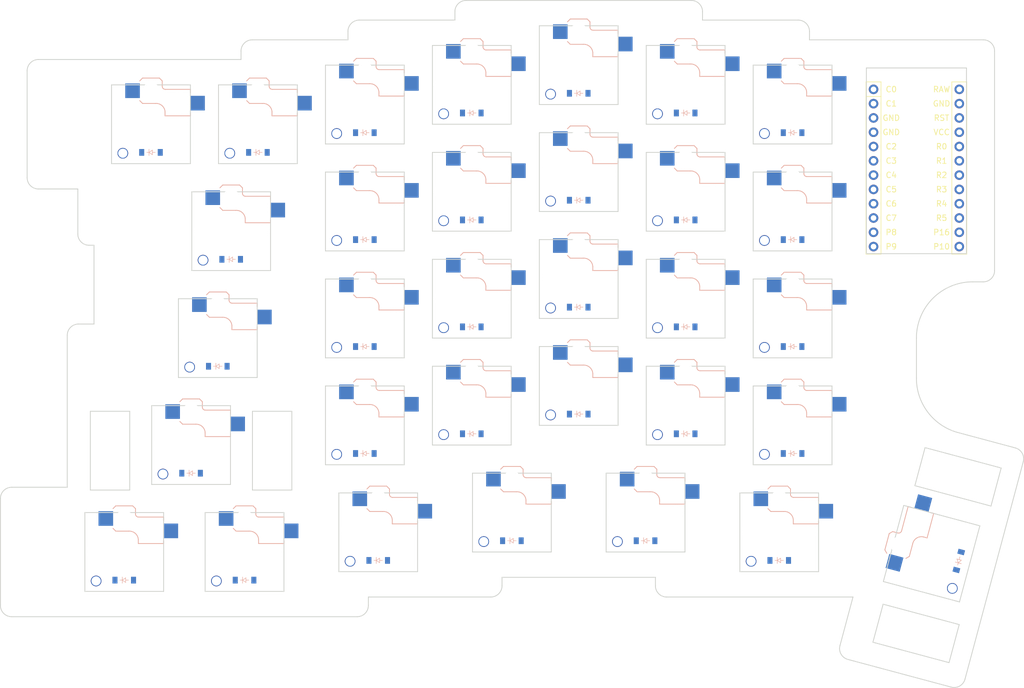
<source format=kicad_pcb>
(kicad_pcb (version 20240108) (generator "ergogen") (generator_version "4.2.1")
  (title_block (title "left") (date "2026-02-06") (rev "0.0.1") (company "LunaticGhoulPiano"))
  (layers (0 "F.Cu" signal) (31 "B.Cu" signal) (34 "B.Paste" user) (35 "F.Paste" user) (36 "B.SilkS" user "B.Silkscreen") (37 "F.SilkS" user "F.Silkscreen") (38 "B.Mask" user) (39 "F.Mask" user) (44 "Edge.Cuts" user))
  (net 0 "")
  (net 1 "RAW")
  (net 2 "GND")
  (net 3 "RST")
  (net 4 "VCC")
  (net 5 "R0")
  (net 6 "R1")
  (net 7 "R2")
  (net 8 "R3")
  (net 9 "R4")
  (net 10 "R5")
  (net 11 "P16")
  (net 12 "P10")
  (net 13 "C0")
  (net 14 "C1")
  (net 15 "C2")
  (net 16 "C3")
  (net 17 "C4")
  (net 18 "C5")
  (net 19 "C6")
  (net 20 "C7")
  (net 21 "P8")
  (net 22 "P9")
  (net 23 "P101")
  (net 24 "P102")
  (net 25 "P107")
  (net 26 "MCU1_24")
  (net 27 "MCU1_1")
  (net 28 "MCU1_23")
  (net 29 "MCU1_2")
  (net 30 "MCU1_22")
  (net 31 "MCU1_3")
  (net 32 "MCU1_21")
  (net 33 "MCU1_4")
  (net 34 "MCU1_20")
  (net 35 "MCU1_5")
  (net 36 "MCU1_19")
  (net 37 "MCU1_6")
  (net 38 "MCU1_18")
  (net 39 "MCU1_7")
  (net 40 "MCU1_17")
  (net 41 "MCU1_8")
  (net 42 "MCU1_16")
  (net 43 "MCU1_9")
  (net 44 "MCU1_15")
  (net 45 "MCU1_10")
  (net 46 "MCU1_14")
  (net 47 "MCU1_11")
  (net 48 "MCU1_13")
  (net 49 "MCU1_12")
  (net 50 "D1")
  (net 51 "D2")
  (footprint "ceoloide:mcu_supermini_nrf52840" (layer "F.Cu") (at 181 49.5 0)
    (property "Reference" "MCU1" hide)
  )
  (footprint "ceoloide:switch_choc_v1_v2" (layer "B.Cu") (at 45 43 0)
    (property "Reference" "S1" hide)
  )
  (footprint "ceoloide:switch_choc_v1_v2" (layer "B.Cu") (at 52.125 100 0)
    (property "Reference" "S2" hide)
  )
  (footprint "ceoloide:switch_choc_v1_v2" (layer "B.Cu") (at 56.875 81 0)
    (property "Reference" "S3" hide)
  )
  (footprint "ceoloide:switch_choc_v1_v2" (layer "B.Cu") (at 59.25 62 0)
    (property "Reference" "S4" hide)
  )
  (footprint "ceoloide:switch_choc_v1_v2" (layer "B.Cu") (at 64 43 0)
    (property "Reference" "S5" hide)
  )
  (footprint "ceoloide:switch_choc_v1_v2" (layer "B.Cu") (at 83 96.5 0)
    (property "Reference" "S6" hide)
  )
  (footprint "ceoloide:switch_choc_v1_v2" (layer "B.Cu") (at 83 77.5 0)
    (property "Reference" "S7" hide)
  )
  (footprint "ceoloide:switch_choc_v1_v2" (layer "B.Cu") (at 83 58.5 0)
    (property "Reference" "S8" hide)
  )
  (footprint "ceoloide:switch_choc_v1_v2" (layer "B.Cu") (at 83 39.5 0)
    (property "Reference" "S9" hide)
  )
  (footprint "ceoloide:switch_choc_v1_v2" (layer "B.Cu") (at 102 93 0)
    (property "Reference" "S10" hide)
  )
  (footprint "ceoloide:switch_choc_v1_v2" (layer "B.Cu") (at 102 74 0)
    (property "Reference" "S11" hide)
  )
  (footprint "ceoloide:switch_choc_v1_v2" (layer "B.Cu") (at 102 55 0)
    (property "Reference" "S12" hide)
  )
  (footprint "ceoloide:switch_choc_v1_v2" (layer "B.Cu") (at 102 36 0)
    (property "Reference" "S13" hide)
  )
  (footprint "ceoloide:switch_choc_v1_v2" (layer "B.Cu") (at 121 89.5 0)
    (property "Reference" "S14" hide)
  )
  (footprint "ceoloide:switch_choc_v1_v2" (layer "B.Cu") (at 121 70.5 0)
    (property "Reference" "S15" hide)
  )
  (footprint "ceoloide:switch_choc_v1_v2" (layer "B.Cu") (at 121 51.5 0)
    (property "Reference" "S16" hide)
  )
  (footprint "ceoloide:switch_choc_v1_v2" (layer "B.Cu") (at 121 32.5 0)
    (property "Reference" "S17" hide)
  )
  (footprint "ceoloide:switch_choc_v1_v2" (layer "B.Cu") (at 140 93 0)
    (property "Reference" "S18" hide)
  )
  (footprint "ceoloide:switch_choc_v1_v2" (layer "B.Cu") (at 140 74 0)
    (property "Reference" "S19" hide)
  )
  (footprint "ceoloide:switch_choc_v1_v2" (layer "B.Cu") (at 140 55 0)
    (property "Reference" "S20" hide)
  )
  (footprint "ceoloide:switch_choc_v1_v2" (layer "B.Cu") (at 140 36 0)
    (property "Reference" "S21" hide)
  )
  (footprint "ceoloide:switch_choc_v1_v2" (layer "B.Cu") (at 159 96.5 0)
    (property "Reference" "S22" hide)
  )
  (footprint "ceoloide:switch_choc_v1_v2" (layer "B.Cu") (at 159 77.5 0)
    (property "Reference" "S23" hide)
  )
  (footprint "ceoloide:switch_choc_v1_v2" (layer "B.Cu") (at 159 58.5 0)
    (property "Reference" "S24" hide)
  )
  (footprint "ceoloide:switch_choc_v1_v2" (layer "B.Cu") (at 159 39.5 0)
    (property "Reference" "S25" hide)
  )
  (footprint "ceoloide:switch_choc_v1_v2" (layer "B.Cu") (at 40.25 119 0)
    (property "Reference" "S26" hide)
  )
  (footprint "ceoloide:switch_choc_v1_v2" (layer "B.Cu") (at 61.625 119 0)
    (property "Reference" "S27" hide)
  )
  (footprint "ceoloide:switch_choc_v1_v2" (layer "B.Cu") (at 85.375 115.5 0)
    (property "Reference" "S28" hide)
  )
  (footprint "ceoloide:switch_choc_v1_v2" (layer "B.Cu") (at 109.125 112 0)
    (property "Reference" "S29" hide)
  )
  (footprint "ceoloide:switch_choc_v1_v2" (layer "B.Cu") (at 132.875 112 0)
    (property "Reference" "S30" hide)
  )
  (footprint "ceoloide:switch_choc_v1_v2" (layer "B.Cu") (at 156.625 115.5 0)
    (property "Reference" "S31" hide)
  )
  (footprint "ceoloide:switch_choc_v1_v2" (layer "B.Cu") (at 183.7 119.3 75)
    (property "Reference" "S32" hide)
  )
  (footprint "ceoloide:diode_tht_sod123" (layer "B.Cu") (at 45 48 0)
    (property "Reference" "D1" hide)
  )
  (footprint "ceoloide:diode_tht_sod123" (layer "B.Cu") (at 52.125 105 0)
    (property "Reference" "D2" hide)
  )
  (footprint "ceoloide:diode_tht_sod123" (layer "B.Cu") (at 56.875 86 0)
    (property "Reference" "D3" hide)
  )
  (footprint "ceoloide:diode_tht_sod123" (layer "B.Cu") (at 59.25 67 0)
    (property "Reference" "D4" hide)
  )
  (footprint "ceoloide:diode_tht_sod123" (layer "B.Cu") (at 64 48 0)
    (property "Reference" "D5" hide)
  )
  (footprint "ceoloide:diode_tht_sod123" (layer "B.Cu") (at 83 101.5 0)
    (property "Reference" "D6" hide)
  )
  (footprint "ceoloide:diode_tht_sod123" (layer "B.Cu") (at 83 82.5 0)
    (property "Reference" "D7" hide)
  )
  (footprint "ceoloide:diode_tht_sod123" (layer "B.Cu") (at 83 63.5 0)
    (property "Reference" "D8" hide)
  )
  (footprint "ceoloide:diode_tht_sod123" (layer "B.Cu") (at 83 44.5 0)
    (property "Reference" "D9" hide)
  )
  (footprint "ceoloide:diode_tht_sod123" (layer "B.Cu") (at 102 98 0)
    (property "Reference" "D10" hide)
  )
  (footprint "ceoloide:diode_tht_sod123" (layer "B.Cu") (at 102 79 0)
    (property "Reference" "D11" hide)
  )
  (footprint "ceoloide:diode_tht_sod123" (layer "B.Cu") (at 102 60 0)
    (property "Reference" "D12" hide)
  )
  (footprint "ceoloide:diode_tht_sod123" (layer "B.Cu") (at 102 41 0)
    (property "Reference" "D13" hide)
  )
  (footprint "ceoloide:diode_tht_sod123" (layer "B.Cu") (at 121 94.5 0)
    (property "Reference" "D14" hide)
  )
  (footprint "ceoloide:diode_tht_sod123" (layer "B.Cu") (at 121 75.5 0)
    (property "Reference" "D15" hide)
  )
  (footprint "ceoloide:diode_tht_sod123" (layer "B.Cu") (at 121 56.5 0)
    (property "Reference" "D16" hide)
  )
  (footprint "ceoloide:diode_tht_sod123" (layer "B.Cu") (at 121 37.5 0)
    (property "Reference" "D17" hide)
  )
  (footprint "ceoloide:diode_tht_sod123" (layer "B.Cu") (at 140 98 0)
    (property "Reference" "D18" hide)
  )
  (footprint "ceoloide:diode_tht_sod123" (layer "B.Cu") (at 140 79 0)
    (property "Reference" "D19" hide)
  )
  (footprint "ceoloide:diode_tht_sod123" (layer "B.Cu") (at 140 60 0)
    (property "Reference" "D20" hide)
  )
  (footprint "ceoloide:diode_tht_sod123" (layer "B.Cu") (at 140 41 0)
    (property "Reference" "D21" hide)
  )
  (footprint "ceoloide:diode_tht_sod123" (layer "B.Cu") (at 159 101.5 0)
    (property "Reference" "D22" hide)
  )
  (footprint "ceoloide:diode_tht_sod123" (layer "B.Cu") (at 159 82.5 0)
    (property "Reference" "D23" hide)
  )
  (footprint "ceoloide:diode_tht_sod123" (layer "B.Cu") (at 159 63.5 0)
    (property "Reference" "D24" hide)
  )
  (footprint "ceoloide:diode_tht_sod123" (layer "B.Cu") (at 159 44.5 0)
    (property "Reference" "D25" hide)
  )
  (footprint "ceoloide:diode_tht_sod123" (layer "B.Cu") (at 40.25 124 0)
    (property "Reference" "D26" hide)
  )
  (footprint "ceoloide:diode_tht_sod123" (layer "B.Cu") (at 61.625 124 0)
    (property "Reference" "D27" hide)
  )
  (footprint "ceoloide:diode_tht_sod123" (layer "B.Cu") (at 85.375 120.5 0)
    (property "Reference" "D28" hide)
  )
  (footprint "ceoloide:diode_tht_sod123" (layer "B.Cu") (at 109.125 117 0)
    (property "Reference" "D29" hide)
  )
  (footprint "ceoloide:diode_tht_sod123" (layer "B.Cu") (at 132.875 117 0)
    (property "Reference" "D30" hide)
  )
  (footprint "ceoloide:diode_tht_sod123" (layer "B.Cu") (at 156.625 120.5 0)
    (property "Reference" "D31" hide)
  )
  (footprint "ceoloide:diode_tht_sod123" (layer "B.Cu") (at 188.5296291 120.5940952 75)
    (property "Reference" "D32" hide)
  )
  (gr_line (start 25 54.5) (end 32 54.5) (layer Edge.Cuts) (stroke (width 0.15)))
  (gr_line (start 32 62.5) (end 32 54.5) (layer Edge.Cuts) (stroke (width 0.15)))
  (gr_arc (start 32 62.5) (mid 32.5857864 63.9142136) (end 34 64.5) (layer Edge.Cuts) (stroke (width 0.15)))
  (gr_line (start 34.875 64.5) (end 34 64.5) (layer Edge.Cuts) (stroke (width 0.15)))
  (gr_line (start 34.875 78.5) (end 34.875 64.5) (layer Edge.Cuts) (stroke (width 0.15)))
  (gr_line (start 32.125 78.5) (end 34.875 78.5) (layer Edge.Cuts) (stroke (width 0.15)))
  (gr_arc (start 32.125 78.5) (mid 30.7107864 79.0857864) (end 30.125 80.5) (layer Edge.Cuts) (stroke (width 0.15)))
  (gr_line (start 30.125 107.5) (end 30.125 80.5) (layer Edge.Cuts) (stroke (width 0.15)))
  (gr_line (start 20.25 107.5) (end 30.125 107.5) (layer Edge.Cuts) (stroke (width 0.15)))
  (gr_arc (start 20.25 107.5) (mid 18.8357864 108.0857864) (end 18.25 109.5) (layer Edge.Cuts) (stroke (width 0.15)))
  (gr_line (start 18.25 109.5) (end 18.25 128.5) (layer Edge.Cuts) (stroke (width 0.15)))
  (gr_arc (start 18.25 128.5) (mid 18.8357864 129.9142136) (end 20.25 130.5) (layer Edge.Cuts) (stroke (width 0.15)))
  (gr_line (start 20.25 130.5) (end 81.625 130.5) (layer Edge.Cuts) (stroke (width 0.15)))
  (gr_arc (start 81.625 130.5) (mid 83.0392136 129.9142136) (end 83.625 128.5) (layer Edge.Cuts) (stroke (width 0.15)))
  (gr_line (start 83.625 128.5) (end 83.625 127) (layer Edge.Cuts) (stroke (width 0.15)))
  (gr_line (start 83.625 127) (end 105.375 127) (layer Edge.Cuts) (stroke (width 0.15)))
  (gr_arc (start 105.375 127) (mid 106.7892136 126.4142136) (end 107.375 125) (layer Edge.Cuts) (stroke (width 0.15)))
  (gr_line (start 107.375 125) (end 107.375 123.5) (layer Edge.Cuts) (stroke (width 0.15)))
  (gr_line (start 107.375 123.5) (end 134.625 123.5) (layer Edge.Cuts) (stroke (width 0.15)))
  (gr_line (start 134.625 123.5) (end 134.625 125) (layer Edge.Cuts) (stroke (width 0.15)))
  (gr_arc (start 134.625 125) (mid 135.2107864 126.4142136) (end 136.625 127) (layer Edge.Cuts) (stroke (width 0.15)))
  (gr_line (start 136.625 127) (end 169.7311150794085 127) (layer Edge.Cuts) (stroke (width 0.15)))
  (gr_line (start 169.7311150794085 127) (end 167.4154720657152 135.6420975) (layer Edge.Cuts) (stroke (width 0.15)))
  (gr_arc (start 167.41547196571517 135.6420975) (mid 167.61527286571518 137.1597356) (end 168.82968556571518 138.09158730000001) (layer Edge.Cuts) (stroke (width 0.15)))
  (gr_line (start 168.82968559999998 138.09158730000001) (end 187.18227629999998 143.0091492) (layer Edge.Cuts) (stroke (width 0.15)))
  (gr_arc (start 187.18227629999998 143.00914920000002) (mid 188.69991439999998 142.8093483) (end 189.6317661 141.5949356) (layer Edge.Cuts) (stroke (width 0.15)))
  (gr_line (start 189.6317661 141.5949356) (end 199.98452799999998 102.95790250000002) (layer Edge.Cuts) (stroke (width 0.15)))
  (gr_arc (start 199.98452799999998 102.95790250000002) (mid 199.78472709999997 101.44026440000002) (end 198.57031439999997 100.50841270000002) (layer Edge.Cuts) (stroke (width 0.15)))
  (gr_line (start 198.57031439999997 100.50841270000002) (end 188.41180989150644 97.7864495968864) (layer Edge.Cuts) (stroke (width 0.15)))
  (gr_line (start 181 88.12719119198256) (end 181 81) (layer Edge.Cuts) (stroke (width 0.15)))
  (gr_line (start 191 71) (end 192.89000000000001 71) (layer Edge.Cuts) (stroke (width 0.15)))
  (gr_arc (start 192.89000000000001 71) (mid 194.30421360000003 70.4142136) (end 194.89000000000001 69) (layer Edge.Cuts) (stroke (width 0.15)))
  (gr_line (start 194.89000000000001 69) (end 194.89000000000001 30) (layer Edge.Cuts) (stroke (width 0.15)))
  (gr_arc (start 194.89000000000001 30) (mid 194.30421360000003 28.5857864) (end 192.89000000000001 28) (layer Edge.Cuts) (stroke (width 0.15)))
  (gr_line (start 162 28) (end 192.89000000000001 28) (layer Edge.Cuts) (stroke (width 0.15)))
  (gr_line (start 162 28) (end 162 26.5) (layer Edge.Cuts) (stroke (width 0.15)))
  (gr_arc (start 162 26.5) (mid 161.4142136 25.0857864) (end 160 24.5) (layer Edge.Cuts) (stroke (width 0.15)))
  (gr_line (start 160 24.5) (end 143 24.5) (layer Edge.Cuts) (stroke (width 0.15)))
  (gr_line (start 143 24.5) (end 143 23) (layer Edge.Cuts) (stroke (width 0.15)))
  (gr_arc (start 143 23) (mid 142.4142136 21.5857864) (end 141 21) (layer Edge.Cuts) (stroke (width 0.15)))
  (gr_line (start 141 21) (end 101 21) (layer Edge.Cuts) (stroke (width 0.15)))
  (gr_arc (start 101 21) (mid 99.5857864 21.5857864) (end 99 23) (layer Edge.Cuts) (stroke (width 0.15)))
  (gr_line (start 99 23) (end 99 24.5) (layer Edge.Cuts) (stroke (width 0.15)))
  (gr_line (start 99 24.5) (end 82 24.5) (layer Edge.Cuts) (stroke (width 0.15)))
  (gr_arc (start 82 24.5) (mid 80.5857864 25.0857864) (end 80 26.5) (layer Edge.Cuts) (stroke (width 0.15)))
  (gr_line (start 80 26.5) (end 80 28) (layer Edge.Cuts) (stroke (width 0.15)))
  (gr_line (start 80 28) (end 63 28) (layer Edge.Cuts) (stroke (width 0.15)))
  (gr_arc (start 63 28) (mid 61.5857864 28.5857864) (end 61 30) (layer Edge.Cuts) (stroke (width 0.15)))
  (gr_line (start 61 30) (end 61 31.5) (layer Edge.Cuts) (stroke (width 0.15)))
  (gr_line (start 25 31.5) (end 61 31.5) (layer Edge.Cuts) (stroke (width 0.15)))
  (gr_arc (start 25 31.5) (mid 23.5857864 32.0857864) (end 23 33.5) (layer Edge.Cuts) (stroke (width 0.15)))
  (gr_line (start 23 33.5) (end 23 52.5) (layer Edge.Cuts) (stroke (width 0.15)))
  (gr_arc (start 23 52.5) (mid 23.5857864 53.9142136) (end 25 54.5) (layer Edge.Cuts) (stroke (width 0.15)))
  (gr_arc (start 181 88.12719119198256) (mid 183.0664667 94.21480559198255) (end 188.4118099 97.78644959198256) (layer Edge.Cuts) (stroke (width 0.15)))
  (gr_arc (start 191 71) (mid 183.9289322 73.9289322) (end 181 81) (layer Edge.Cuts) (stroke (width 0.15)))
  (gr_line (start 38 50) (end 52 50) (layer Edge.Cuts) (stroke (width 0.15)))
  (gr_line (start 52 50) (end 52 36) (layer Edge.Cuts) (stroke (width 0.15)))
  (gr_line (start 52 36) (end 38 36) (layer Edge.Cuts) (stroke (width 0.15)))
  (gr_line (start 38 36) (end 38 50) (layer Edge.Cuts) (stroke (width 0.15)))
  (gr_line (start 45.125 107) (end 59.125 107) (layer Edge.Cuts) (stroke (width 0.15)))
  (gr_line (start 59.125 107) (end 59.125 93) (layer Edge.Cuts) (stroke (width 0.15)))
  (gr_line (start 59.125 93) (end 45.125 93) (layer Edge.Cuts) (stroke (width 0.15)))
  (gr_line (start 45.125 93) (end 45.125 107) (layer Edge.Cuts) (stroke (width 0.15)))
  (gr_line (start 49.875 88) (end 63.875 88) (layer Edge.Cuts) (stroke (width 0.15)))
  (gr_line (start 63.875 88) (end 63.875 74) (layer Edge.Cuts) (stroke (width 0.15)))
  (gr_line (start 63.875 74) (end 49.875 74) (layer Edge.Cuts) (stroke (width 0.15)))
  (gr_line (start 49.875 74) (end 49.875 88) (layer Edge.Cuts) (stroke (width 0.15)))
  (gr_line (start 52.25 69) (end 66.25 69) (layer Edge.Cuts) (stroke (width 0.15)))
  (gr_line (start 66.25 69) (end 66.25 55) (layer Edge.Cuts) (stroke (width 0.15)))
  (gr_line (start 66.25 55) (end 52.25 55) (layer Edge.Cuts) (stroke (width 0.15)))
  (gr_line (start 52.25 55) (end 52.25 69) (layer Edge.Cuts) (stroke (width 0.15)))
  (gr_line (start 57 50) (end 71 50) (layer Edge.Cuts) (stroke (width 0.15)))
  (gr_line (start 71 50) (end 71 36) (layer Edge.Cuts) (stroke (width 0.15)))
  (gr_line (start 71 36) (end 57 36) (layer Edge.Cuts) (stroke (width 0.15)))
  (gr_line (start 57 36) (end 57 50) (layer Edge.Cuts) (stroke (width 0.15)))
  (gr_line (start 76 103.5) (end 90 103.5) (layer Edge.Cuts) (stroke (width 0.15)))
  (gr_line (start 90 103.5) (end 90 89.5) (layer Edge.Cuts) (stroke (width 0.15)))
  (gr_line (start 90 89.5) (end 76 89.5) (layer Edge.Cuts) (stroke (width 0.15)))
  (gr_line (start 76 89.5) (end 76 103.5) (layer Edge.Cuts) (stroke (width 0.15)))
  (gr_line (start 76 84.5) (end 90 84.5) (layer Edge.Cuts) (stroke (width 0.15)))
  (gr_line (start 90 84.5) (end 90 70.5) (layer Edge.Cuts) (stroke (width 0.15)))
  (gr_line (start 90 70.5) (end 76 70.5) (layer Edge.Cuts) (stroke (width 0.15)))
  (gr_line (start 76 70.5) (end 76 84.5) (layer Edge.Cuts) (stroke (width 0.15)))
  (gr_line (start 76 65.5) (end 90 65.5) (layer Edge.Cuts) (stroke (width 0.15)))
  (gr_line (start 90 65.5) (end 90 51.5) (layer Edge.Cuts) (stroke (width 0.15)))
  (gr_line (start 90 51.5) (end 76 51.5) (layer Edge.Cuts) (stroke (width 0.15)))
  (gr_line (start 76 51.5) (end 76 65.5) (layer Edge.Cuts) (stroke (width 0.15)))
  (gr_line (start 76 46.5) (end 90 46.5) (layer Edge.Cuts) (stroke (width 0.15)))
  (gr_line (start 90 46.5) (end 90 32.5) (layer Edge.Cuts) (stroke (width 0.15)))
  (gr_line (start 90 32.5) (end 76 32.5) (layer Edge.Cuts) (stroke (width 0.15)))
  (gr_line (start 76 32.5) (end 76 46.5) (layer Edge.Cuts) (stroke (width 0.15)))
  (gr_line (start 95 100) (end 109 100) (layer Edge.Cuts) (stroke (width 0.15)))
  (gr_line (start 109 100) (end 109 86) (layer Edge.Cuts) (stroke (width 0.15)))
  (gr_line (start 109 86) (end 95 86) (layer Edge.Cuts) (stroke (width 0.15)))
  (gr_line (start 95 86) (end 95 100) (layer Edge.Cuts) (stroke (width 0.15)))
  (gr_line (start 95 81) (end 109 81) (layer Edge.Cuts) (stroke (width 0.15)))
  (gr_line (start 109 81) (end 109 67) (layer Edge.Cuts) (stroke (width 0.15)))
  (gr_line (start 109 67) (end 95 67) (layer Edge.Cuts) (stroke (width 0.15)))
  (gr_line (start 95 67) (end 95 81) (layer Edge.Cuts) (stroke (width 0.15)))
  (gr_line (start 95 62) (end 109 62) (layer Edge.Cuts) (stroke (width 0.15)))
  (gr_line (start 109 62) (end 109 48) (layer Edge.Cuts) (stroke (width 0.15)))
  (gr_line (start 109 48) (end 95 48) (layer Edge.Cuts) (stroke (width 0.15)))
  (gr_line (start 95 48) (end 95 62) (layer Edge.Cuts) (stroke (width 0.15)))
  (gr_line (start 95 43) (end 109 43) (layer Edge.Cuts) (stroke (width 0.15)))
  (gr_line (start 109 43) (end 109 29) (layer Edge.Cuts) (stroke (width 0.15)))
  (gr_line (start 109 29) (end 95 29) (layer Edge.Cuts) (stroke (width 0.15)))
  (gr_line (start 95 29) (end 95 43) (layer Edge.Cuts) (stroke (width 0.15)))
  (gr_line (start 114 96.5) (end 128 96.5) (layer Edge.Cuts) (stroke (width 0.15)))
  (gr_line (start 128 96.5) (end 128 82.5) (layer Edge.Cuts) (stroke (width 0.15)))
  (gr_line (start 128 82.5) (end 114 82.5) (layer Edge.Cuts) (stroke (width 0.15)))
  (gr_line (start 114 82.5) (end 114 96.5) (layer Edge.Cuts) (stroke (width 0.15)))
  (gr_line (start 114 77.5) (end 128 77.5) (layer Edge.Cuts) (stroke (width 0.15)))
  (gr_line (start 128 77.5) (end 128 63.5) (layer Edge.Cuts) (stroke (width 0.15)))
  (gr_line (start 128 63.5) (end 114 63.5) (layer Edge.Cuts) (stroke (width 0.15)))
  (gr_line (start 114 63.5) (end 114 77.5) (layer Edge.Cuts) (stroke (width 0.15)))
  (gr_line (start 114 58.5) (end 128 58.5) (layer Edge.Cuts) (stroke (width 0.15)))
  (gr_line (start 128 58.5) (end 128 44.5) (layer Edge.Cuts) (stroke (width 0.15)))
  (gr_line (start 128 44.5) (end 114 44.5) (layer Edge.Cuts) (stroke (width 0.15)))
  (gr_line (start 114 44.5) (end 114 58.5) (layer Edge.Cuts) (stroke (width 0.15)))
  (gr_line (start 114 39.5) (end 128 39.5) (layer Edge.Cuts) (stroke (width 0.15)))
  (gr_line (start 128 39.5) (end 128 25.5) (layer Edge.Cuts) (stroke (width 0.15)))
  (gr_line (start 128 25.5) (end 114 25.5) (layer Edge.Cuts) (stroke (width 0.15)))
  (gr_line (start 114 25.5) (end 114 39.5) (layer Edge.Cuts) (stroke (width 0.15)))
  (gr_line (start 133 100) (end 147 100) (layer Edge.Cuts) (stroke (width 0.15)))
  (gr_line (start 147 100) (end 147 86) (layer Edge.Cuts) (stroke (width 0.15)))
  (gr_line (start 147 86) (end 133 86) (layer Edge.Cuts) (stroke (width 0.15)))
  (gr_line (start 133 86) (end 133 100) (layer Edge.Cuts) (stroke (width 0.15)))
  (gr_line (start 133 81) (end 147 81) (layer Edge.Cuts) (stroke (width 0.15)))
  (gr_line (start 147 81) (end 147 67) (layer Edge.Cuts) (stroke (width 0.15)))
  (gr_line (start 147 67) (end 133 67) (layer Edge.Cuts) (stroke (width 0.15)))
  (gr_line (start 133 67) (end 133 81) (layer Edge.Cuts) (stroke (width 0.15)))
  (gr_line (start 133 62) (end 147 62) (layer Edge.Cuts) (stroke (width 0.15)))
  (gr_line (start 147 62) (end 147 48) (layer Edge.Cuts) (stroke (width 0.15)))
  (gr_line (start 147 48) (end 133 48) (layer Edge.Cuts) (stroke (width 0.15)))
  (gr_line (start 133 48) (end 133 62) (layer Edge.Cuts) (stroke (width 0.15)))
  (gr_line (start 133 43) (end 147 43) (layer Edge.Cuts) (stroke (width 0.15)))
  (gr_line (start 147 43) (end 147 29) (layer Edge.Cuts) (stroke (width 0.15)))
  (gr_line (start 147 29) (end 133 29) (layer Edge.Cuts) (stroke (width 0.15)))
  (gr_line (start 133 29) (end 133 43) (layer Edge.Cuts) (stroke (width 0.15)))
  (gr_line (start 152 103.5) (end 166 103.5) (layer Edge.Cuts) (stroke (width 0.15)))
  (gr_line (start 166 103.5) (end 166 89.5) (layer Edge.Cuts) (stroke (width 0.15)))
  (gr_line (start 166 89.5) (end 152 89.5) (layer Edge.Cuts) (stroke (width 0.15)))
  (gr_line (start 152 89.5) (end 152 103.5) (layer Edge.Cuts) (stroke (width 0.15)))
  (gr_line (start 152 84.5) (end 166 84.5) (layer Edge.Cuts) (stroke (width 0.15)))
  (gr_line (start 166 84.5) (end 166 70.5) (layer Edge.Cuts) (stroke (width 0.15)))
  (gr_line (start 166 70.5) (end 152 70.5) (layer Edge.Cuts) (stroke (width 0.15)))
  (gr_line (start 152 70.5) (end 152 84.5) (layer Edge.Cuts) (stroke (width 0.15)))
  (gr_line (start 152 65.5) (end 166 65.5) (layer Edge.Cuts) (stroke (width 0.15)))
  (gr_line (start 166 65.5) (end 166 51.5) (layer Edge.Cuts) (stroke (width 0.15)))
  (gr_line (start 166 51.5) (end 152 51.5) (layer Edge.Cuts) (stroke (width 0.15)))
  (gr_line (start 152 51.5) (end 152 65.5) (layer Edge.Cuts) (stroke (width 0.15)))
  (gr_line (start 152 46.5) (end 166 46.5) (layer Edge.Cuts) (stroke (width 0.15)))
  (gr_line (start 166 46.5) (end 166 32.5) (layer Edge.Cuts) (stroke (width 0.15)))
  (gr_line (start 166 32.5) (end 152 32.5) (layer Edge.Cuts) (stroke (width 0.15)))
  (gr_line (start 152 32.5) (end 152 46.5) (layer Edge.Cuts) (stroke (width 0.15)))
  (gr_line (start 33.25 126) (end 47.25 126) (layer Edge.Cuts) (stroke (width 0.15)))
  (gr_line (start 47.25 126) (end 47.25 112) (layer Edge.Cuts) (stroke (width 0.15)))
  (gr_line (start 47.25 112) (end 33.25 112) (layer Edge.Cuts) (stroke (width 0.15)))
  (gr_line (start 33.25 112) (end 33.25 126) (layer Edge.Cuts) (stroke (width 0.15)))
  (gr_line (start 54.625 126) (end 68.625 126) (layer Edge.Cuts) (stroke (width 0.15)))
  (gr_line (start 68.625 126) (end 68.625 112) (layer Edge.Cuts) (stroke (width 0.15)))
  (gr_line (start 68.625 112) (end 54.625 112) (layer Edge.Cuts) (stroke (width 0.15)))
  (gr_line (start 54.625 112) (end 54.625 126) (layer Edge.Cuts) (stroke (width 0.15)))
  (gr_line (start 78.375 122.5) (end 92.375 122.5) (layer Edge.Cuts) (stroke (width 0.15)))
  (gr_line (start 92.375 122.5) (end 92.375 108.5) (layer Edge.Cuts) (stroke (width 0.15)))
  (gr_line (start 92.375 108.5) (end 78.375 108.5) (layer Edge.Cuts) (stroke (width 0.15)))
  (gr_line (start 78.375 108.5) (end 78.375 122.5) (layer Edge.Cuts) (stroke (width 0.15)))
  (gr_line (start 102.125 119) (end 116.125 119) (layer Edge.Cuts) (stroke (width 0.15)))
  (gr_line (start 116.125 119) (end 116.125 105) (layer Edge.Cuts) (stroke (width 0.15)))
  (gr_line (start 116.125 105) (end 102.125 105) (layer Edge.Cuts) (stroke (width 0.15)))
  (gr_line (start 102.125 105) (end 102.125 119) (layer Edge.Cuts) (stroke (width 0.15)))
  (gr_line (start 125.875 119) (end 139.875 119) (layer Edge.Cuts) (stroke (width 0.15)))
  (gr_line (start 139.875 119) (end 139.875 105) (layer Edge.Cuts) (stroke (width 0.15)))
  (gr_line (start 139.875 105) (end 125.875 105) (layer Edge.Cuts) (stroke (width 0.15)))
  (gr_line (start 125.875 105) (end 125.875 119) (layer Edge.Cuts) (stroke (width 0.15)))
  (gr_line (start 149.625 122.5) (end 163.625 122.5) (layer Edge.Cuts) (stroke (width 0.15)))
  (gr_line (start 163.625 122.5) (end 163.625 108.5) (layer Edge.Cuts) (stroke (width 0.15)))
  (gr_line (start 163.625 108.5) (end 149.625 108.5) (layer Edge.Cuts) (stroke (width 0.15)))
  (gr_line (start 149.625 108.5) (end 149.625 122.5) (layer Edge.Cuts) (stroke (width 0.15)))
  (gr_line (start 188.6497475 127.8732141) (end 192.2732141 114.3502525) (layer Edge.Cuts) (stroke (width 0.15)))
  (gr_line (start 192.2732141 114.3502525) (end 178.7502525 110.7267859) (layer Edge.Cuts) (stroke (width 0.15)))
  (gr_line (start 178.7502525 110.7267859) (end 175.1267859 124.2497475) (layer Edge.Cuts) (stroke (width 0.15)))
  (gr_line (start 175.1267859 124.2497475) (end 188.6497475 127.8732141) (layer Edge.Cuts) (stroke (width 0.15)))
  (gr_line (start 63.025000000000006 108) (end 70.025 108) (layer Edge.Cuts) (stroke (width 0.15)))
  (gr_line (start 70.025 108) (end 70.025 94) (layer Edge.Cuts) (stroke (width 0.15)))
  (gr_line (start 70.025 94) (end 63.025000000000006 94) (layer Edge.Cuts) (stroke (width 0.15)))
  (gr_line (start 63.025000000000006 94) (end 63.025000000000006 108) (layer Edge.Cuts) (stroke (width 0.15)))
  (gr_line (start 194.2485342 110.8419608) (end 196.0602675 104.08048) (layer Edge.Cuts) (stroke (width 0.15)))
  (gr_line (start 196.0602675 104.08048) (end 182.537306 100.4570134) (layer Edge.Cuts) (stroke (width 0.15)))
  (gr_line (start 182.537306 100.4570134) (end 180.7255727 107.21849420000001) (layer Edge.Cuts) (stroke (width 0.15)))
  (gr_line (start 180.7255727 107.21849420000001) (end 194.2485342 110.8419608) (layer Edge.Cuts) (stroke (width 0.15)))
  (gr_line (start 34.225 108) (end 41.225 108) (layer Edge.Cuts) (stroke (width 0.15)))
  (gr_line (start 41.225 108) (end 41.225 94) (layer Edge.Cuts) (stroke (width 0.15)))
  (gr_line (start 41.225 94) (end 34.225 94) (layer Edge.Cuts) (stroke (width 0.15)))
  (gr_line (start 34.225 94) (end 34.225 108) (layer Edge.Cuts) (stroke (width 0.15)))
  (gr_line (start 186.7945457 138.6606246) (end 188.606279 131.89914380000002) (layer Edge.Cuts) (stroke (width 0.15)))
  (gr_line (start 188.606279 131.89914380000002) (end 175.0833175 128.27567720000002) (layer Edge.Cuts) (stroke (width 0.15)))
  (gr_line (start 175.0833175 128.27567720000002) (end 173.27158419999998 135.037158) (layer Edge.Cuts) (stroke (width 0.15)))
  (gr_line (start 173.27158419999998 135.037158) (end 186.7945457 138.6606246) (layer Edge.Cuts) (stroke (width 0.15)))
  (gr_line (start 172.11 66) (end 189.89000000000001 66) (layer Edge.Cuts) (stroke (width 0.15)))
  (gr_line (start 189.89000000000001 66) (end 189.89000000000001 33) (layer Edge.Cuts) (stroke (width 0.15)))
  (gr_line (start 189.89000000000001 33) (end 172.11 33) (layer Edge.Cuts) (stroke (width 0.15)))
  (gr_line (start 172.11 33) (end 172.11 66) (layer Edge.Cuts) (stroke (width 0.15)))
)
</source>
